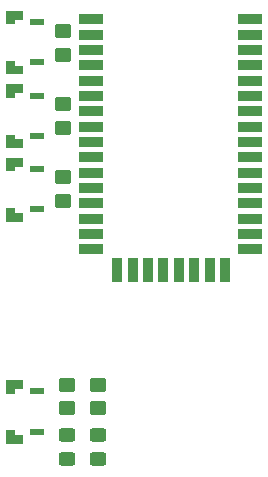
<source format=gbr>
%TF.GenerationSoftware,KiCad,Pcbnew,9.0.4*%
%TF.CreationDate,2025-09-28T00:50:50+02:00*%
%TF.ProjectId,BTM308-host-top,42544d33-3038-42d6-986f-73742d746f70,rev?*%
%TF.SameCoordinates,Original*%
%TF.FileFunction,Paste,Top*%
%TF.FilePolarity,Positive*%
%FSLAX46Y46*%
G04 Gerber Fmt 4.6, Leading zero omitted, Abs format (unit mm)*
G04 Created by KiCad (PCBNEW 9.0.4) date 2025-09-28 00:50:50*
%MOMM*%
%LPD*%
G01*
G04 APERTURE LIST*
G04 Aperture macros list*
%AMRoundRect*
0 Rectangle with rounded corners*
0 $1 Rounding radius*
0 $2 $3 $4 $5 $6 $7 $8 $9 X,Y pos of 4 corners*
0 Add a 4 corners polygon primitive as box body*
4,1,4,$2,$3,$4,$5,$6,$7,$8,$9,$2,$3,0*
0 Add four circle primitives for the rounded corners*
1,1,$1+$1,$2,$3*
1,1,$1+$1,$4,$5*
1,1,$1+$1,$6,$7*
1,1,$1+$1,$8,$9*
0 Add four rect primitives between the rounded corners*
20,1,$1+$1,$2,$3,$4,$5,0*
20,1,$1+$1,$4,$5,$6,$7,0*
20,1,$1+$1,$6,$7,$8,$9,0*
20,1,$1+$1,$8,$9,$2,$3,0*%
G04 Aperture macros list end*
%ADD10C,0.001000*%
%ADD11R,1.200000X0.600000*%
%ADD12R,2.000000X0.925000*%
%ADD13R,0.925000X2.000000*%
%ADD14RoundRect,0.250000X0.450000X-0.350000X0.450000X0.350000X-0.450000X0.350000X-0.450000X-0.350000X0*%
%ADD15RoundRect,0.250000X-0.450000X0.350000X-0.450000X-0.350000X0.450000X-0.350000X0.450000X0.350000X0*%
%ADD16RoundRect,0.250000X-0.450000X0.325000X-0.450000X-0.325000X0.450000X-0.325000X0.450000X0.325000X0*%
G04 APERTURE END LIST*
D10*
%TO.C,SW6*%
X117000000Y-88017500D02*
X116350000Y-88017500D01*
X116350000Y-88417500D01*
X115700000Y-88417500D01*
X115700000Y-87367500D01*
X117000000Y-87367500D01*
X117000000Y-88017500D01*
G36*
X117000000Y-88017500D02*
G01*
X116350000Y-88017500D01*
X116350000Y-88417500D01*
X115700000Y-88417500D01*
X115700000Y-87367500D01*
X117000000Y-87367500D01*
X117000000Y-88017500D01*
G37*
X116350000Y-92017500D02*
X117000000Y-92017500D01*
X117000000Y-92667500D01*
X115700000Y-92667500D01*
X115700000Y-91617500D01*
X116350000Y-91617500D01*
X116350000Y-92017500D01*
G36*
X116350000Y-92017500D02*
G01*
X117000000Y-92017500D01*
X117000000Y-92667500D01*
X115700000Y-92667500D01*
X115700000Y-91617500D01*
X116350000Y-91617500D01*
X116350000Y-92017500D01*
G37*
%TO.C,SW1*%
X117000000Y-62975000D02*
X116350000Y-62975000D01*
X116350000Y-63375000D01*
X115700000Y-63375000D01*
X115700000Y-62325000D01*
X117000000Y-62325000D01*
X117000000Y-62975000D01*
G36*
X117000000Y-62975000D02*
G01*
X116350000Y-62975000D01*
X116350000Y-63375000D01*
X115700000Y-63375000D01*
X115700000Y-62325000D01*
X117000000Y-62325000D01*
X117000000Y-62975000D01*
G37*
X116350000Y-66975000D02*
X117000000Y-66975000D01*
X117000000Y-67625000D01*
X115700000Y-67625000D01*
X115700000Y-66575000D01*
X116350000Y-66575000D01*
X116350000Y-66975000D01*
G36*
X116350000Y-66975000D02*
G01*
X117000000Y-66975000D01*
X117000000Y-67625000D01*
X115700000Y-67625000D01*
X115700000Y-66575000D01*
X116350000Y-66575000D01*
X116350000Y-66975000D01*
G37*
%TO.C,SW2*%
X117000000Y-69200000D02*
X116350000Y-69200000D01*
X116350000Y-69600000D01*
X115700000Y-69600000D01*
X115700000Y-68550000D01*
X117000000Y-68550000D01*
X117000000Y-69200000D01*
G36*
X117000000Y-69200000D02*
G01*
X116350000Y-69200000D01*
X116350000Y-69600000D01*
X115700000Y-69600000D01*
X115700000Y-68550000D01*
X117000000Y-68550000D01*
X117000000Y-69200000D01*
G37*
X116350000Y-73200000D02*
X117000000Y-73200000D01*
X117000000Y-73850000D01*
X115700000Y-73850000D01*
X115700000Y-72800000D01*
X116350000Y-72800000D01*
X116350000Y-73200000D01*
G36*
X116350000Y-73200000D02*
G01*
X117000000Y-73200000D01*
X117000000Y-73850000D01*
X115700000Y-73850000D01*
X115700000Y-72800000D01*
X116350000Y-72800000D01*
X116350000Y-73200000D01*
G37*
%TO.C,SW3*%
X117000000Y-56750000D02*
X116350000Y-56750000D01*
X116350000Y-57150000D01*
X115700000Y-57150000D01*
X115700000Y-56100000D01*
X117000000Y-56100000D01*
X117000000Y-56750000D01*
G36*
X117000000Y-56750000D02*
G01*
X116350000Y-56750000D01*
X116350000Y-57150000D01*
X115700000Y-57150000D01*
X115700000Y-56100000D01*
X117000000Y-56100000D01*
X117000000Y-56750000D01*
G37*
X116350000Y-60750000D02*
X117000000Y-60750000D01*
X117000000Y-61400000D01*
X115700000Y-61400000D01*
X115700000Y-60350000D01*
X116350000Y-60350000D01*
X116350000Y-60750000D01*
G36*
X116350000Y-60750000D02*
G01*
X117000000Y-60750000D01*
X117000000Y-61400000D01*
X115700000Y-61400000D01*
X115700000Y-60350000D01*
X116350000Y-60350000D01*
X116350000Y-60750000D01*
G37*
%TD*%
D11*
%TO.C,SW6*%
X118300000Y-91717500D03*
X118300000Y-88317500D03*
%TD*%
D12*
%TO.C,U1*%
X122850000Y-56800000D03*
X122850000Y-58100000D03*
X122850000Y-59400000D03*
X122850000Y-60700000D03*
X122850000Y-62000000D03*
X122850000Y-63300000D03*
X122850000Y-64600000D03*
X122850000Y-65900000D03*
X122850000Y-67200000D03*
X122850000Y-68500000D03*
X122850000Y-69800000D03*
X122850000Y-71100000D03*
X122850000Y-72400000D03*
X122850000Y-73700000D03*
X122850000Y-75000000D03*
X122850000Y-76300000D03*
D13*
X125100000Y-78050000D03*
X126400000Y-78050000D03*
X127700000Y-78050000D03*
X129000000Y-78050000D03*
X130300000Y-78050000D03*
X131600000Y-78050000D03*
X132900000Y-78050000D03*
X134200000Y-78050000D03*
D12*
X136350000Y-76300000D03*
X136350000Y-75000000D03*
X136350000Y-73700000D03*
X136350000Y-72400000D03*
X136350000Y-71100000D03*
X136350000Y-69800000D03*
X136350000Y-68500000D03*
X136350000Y-67200000D03*
X136350000Y-65900000D03*
X136350000Y-64600000D03*
X136350000Y-63300000D03*
X136350000Y-62000000D03*
X136350000Y-60700000D03*
X136350000Y-59400000D03*
X136350000Y-58100000D03*
X136350000Y-56800000D03*
%TD*%
D14*
%TO.C,R2*%
X120450000Y-72200000D03*
X120450000Y-70200000D03*
%TD*%
D11*
%TO.C,SW1*%
X118300000Y-66675000D03*
X118300000Y-63275000D03*
%TD*%
D15*
%TO.C,R5*%
X120846667Y-87750000D03*
X120846667Y-89750000D03*
%TD*%
D14*
%TO.C,R1*%
X120450000Y-66000000D03*
X120450000Y-64000000D03*
%TD*%
D11*
%TO.C,SW2*%
X118300000Y-72900000D03*
X118300000Y-69500000D03*
%TD*%
D15*
%TO.C,R4*%
X123413333Y-87750000D03*
X123413333Y-89750000D03*
%TD*%
D16*
%TO.C,D2*%
X123428333Y-91975000D03*
X123428333Y-94025000D03*
%TD*%
D11*
%TO.C,SW3*%
X118300000Y-60450000D03*
X118300000Y-57050000D03*
%TD*%
D14*
%TO.C,R3*%
X120450000Y-59800000D03*
X120450000Y-57800000D03*
%TD*%
D16*
%TO.C,D1*%
X120831667Y-91975000D03*
X120831667Y-94025000D03*
%TD*%
M02*

</source>
